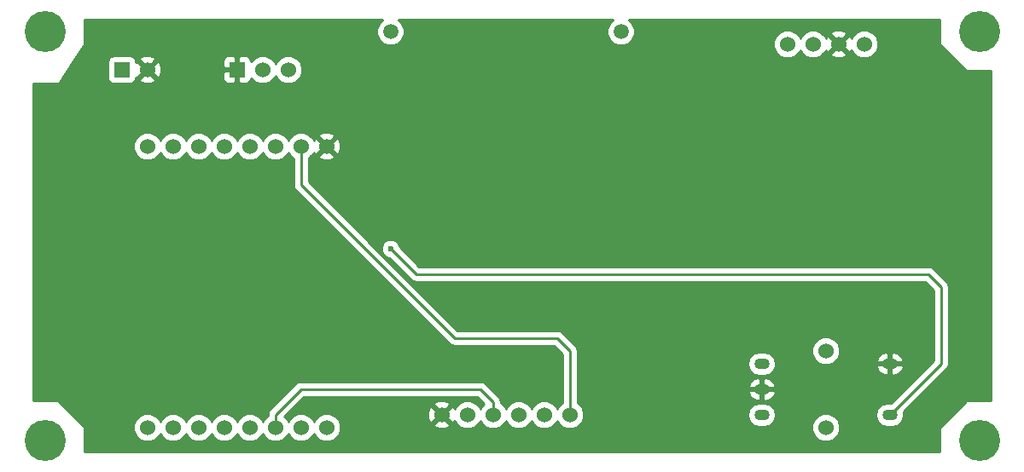
<source format=gbr>
G04 #@! TF.FileFunction,Copper,L2,Bot,Signal*
%FSLAX46Y46*%
G04 Gerber Fmt 4.6, Leading zero omitted, Abs format (unit mm)*
G04 Created by KiCad (PCBNEW 4.0.6) date Wednesday, 03 May 2017 'PMt' 19:41:19*
%MOMM*%
%LPD*%
G01*
G04 APERTURE LIST*
%ADD10C,0.100000*%
%ADD11C,1.500000*%
%ADD12C,1.524000*%
%ADD13O,1.524000X1.100000*%
%ADD14R,1.524000X1.524000*%
%ADD15C,4.064000*%
%ADD16C,0.600000*%
%ADD17C,0.250000*%
%ADD18C,0.254000*%
G04 APERTURE END LIST*
D10*
D11*
X115570000Y-39370000D03*
D12*
X120650000Y-77470000D03*
X123190000Y-77470000D03*
X125730000Y-77470000D03*
X128270000Y-77470000D03*
X130810000Y-77470000D03*
X133350000Y-77470000D03*
D11*
X138430000Y-39370000D03*
D12*
X91440000Y-78740000D03*
X93980000Y-78740000D03*
X96520000Y-78740000D03*
X99060000Y-78740000D03*
X101600000Y-78740000D03*
X104140000Y-78740000D03*
X106680000Y-78740000D03*
X109220000Y-78740000D03*
X109220000Y-50800000D03*
X106680000Y-50800000D03*
X104140000Y-50800000D03*
X101600000Y-50800000D03*
X99060000Y-50800000D03*
X96520000Y-50800000D03*
X93980000Y-50800000D03*
X91440000Y-50800000D03*
X162560000Y-40640000D03*
X160020000Y-40640000D03*
X157480000Y-40640000D03*
X154940000Y-40640000D03*
D13*
X152400000Y-72390000D03*
X152400000Y-74930000D03*
X152400000Y-77470000D03*
X165100000Y-72390000D03*
X165100000Y-77470000D03*
D12*
X158750000Y-71120000D03*
X158750000Y-78740000D03*
D14*
X100330000Y-43180000D03*
D12*
X102870000Y-43180000D03*
X105410000Y-43180000D03*
D14*
X88900000Y-43180000D03*
D12*
X91440000Y-43180000D03*
D15*
X173990000Y-39370000D03*
X173990000Y-80010000D03*
X81280000Y-39370000D03*
X81280000Y-80010000D03*
D16*
X115570000Y-60960000D03*
D17*
X170180000Y-72390000D02*
X165100000Y-77470000D01*
X170180000Y-64770000D02*
X170180000Y-72390000D01*
X168910000Y-63500000D02*
X170180000Y-64770000D01*
X118110000Y-63500000D02*
X168910000Y-63500000D01*
X115570000Y-60960000D02*
X118110000Y-63500000D01*
X105410000Y-76200000D02*
X106680000Y-74930000D01*
X104140000Y-77470000D02*
X105410000Y-76200000D01*
X104140000Y-78740000D02*
X104140000Y-77470000D01*
X125730000Y-76200000D02*
X125730000Y-77470000D01*
X124460000Y-74930000D02*
X125730000Y-76200000D01*
X106680000Y-74930000D02*
X124460000Y-74930000D01*
X106680000Y-50800000D02*
X106680000Y-54610000D01*
X133350000Y-71120000D02*
X133350000Y-77470000D01*
X132080000Y-69850000D02*
X133350000Y-71120000D01*
X121920000Y-69850000D02*
X132080000Y-69850000D01*
X106680000Y-54610000D02*
X121920000Y-69850000D01*
D18*
G36*
X114396539Y-38584436D02*
X114185241Y-39093298D01*
X114184760Y-39644285D01*
X114395169Y-40153515D01*
X114784436Y-40543461D01*
X115293298Y-40754759D01*
X115844285Y-40755240D01*
X116353515Y-40544831D01*
X116743461Y-40155564D01*
X116954759Y-39646702D01*
X116955240Y-39095715D01*
X116744831Y-38586485D01*
X116385972Y-38227000D01*
X137614598Y-38227000D01*
X137256539Y-38584436D01*
X137045241Y-39093298D01*
X137044760Y-39644285D01*
X137255169Y-40153515D01*
X137644436Y-40543461D01*
X138153298Y-40754759D01*
X138704285Y-40755240D01*
X139213515Y-40544831D01*
X139603461Y-40155564D01*
X139814759Y-39646702D01*
X139815240Y-39095715D01*
X139604831Y-38586485D01*
X139245972Y-38227000D01*
X170053000Y-38227000D01*
X170053000Y-40640000D01*
X170063006Y-40689410D01*
X170090197Y-40729803D01*
X172630197Y-43269803D01*
X172672211Y-43297666D01*
X172720000Y-43307000D01*
X175133000Y-43307000D01*
X175133000Y-76073000D01*
X172720000Y-76073000D01*
X172670590Y-76083006D01*
X172630197Y-76110197D01*
X170090197Y-78650197D01*
X170062334Y-78692211D01*
X170053000Y-78740000D01*
X170053000Y-81153000D01*
X85217000Y-81153000D01*
X85217000Y-78740000D01*
X85206994Y-78690590D01*
X85179803Y-78650197D01*
X82639803Y-76110197D01*
X82597789Y-76082334D01*
X82550000Y-76073000D01*
X80137000Y-76073000D01*
X80137000Y-51076661D01*
X90042758Y-51076661D01*
X90254990Y-51590303D01*
X90647630Y-51983629D01*
X91160900Y-52196757D01*
X91716661Y-52197242D01*
X92230303Y-51985010D01*
X92623629Y-51592370D01*
X92709949Y-51384488D01*
X92794990Y-51590303D01*
X93187630Y-51983629D01*
X93700900Y-52196757D01*
X94256661Y-52197242D01*
X94770303Y-51985010D01*
X95163629Y-51592370D01*
X95249949Y-51384488D01*
X95334990Y-51590303D01*
X95727630Y-51983629D01*
X96240900Y-52196757D01*
X96796661Y-52197242D01*
X97310303Y-51985010D01*
X97703629Y-51592370D01*
X97789949Y-51384488D01*
X97874990Y-51590303D01*
X98267630Y-51983629D01*
X98780900Y-52196757D01*
X99336661Y-52197242D01*
X99850303Y-51985010D01*
X100243629Y-51592370D01*
X100329949Y-51384488D01*
X100414990Y-51590303D01*
X100807630Y-51983629D01*
X101320900Y-52196757D01*
X101876661Y-52197242D01*
X102390303Y-51985010D01*
X102783629Y-51592370D01*
X102869949Y-51384488D01*
X102954990Y-51590303D01*
X103347630Y-51983629D01*
X103860900Y-52196757D01*
X104416661Y-52197242D01*
X104930303Y-51985010D01*
X105323629Y-51592370D01*
X105409949Y-51384488D01*
X105494990Y-51590303D01*
X105887630Y-51983629D01*
X105920000Y-51997070D01*
X105920000Y-54610000D01*
X105977852Y-54900839D01*
X106142599Y-55147401D01*
X121382599Y-70387401D01*
X121629161Y-70552148D01*
X121920000Y-70610000D01*
X131765198Y-70610000D01*
X132590000Y-71434802D01*
X132590000Y-76272469D01*
X132559697Y-76284990D01*
X132166371Y-76677630D01*
X132080051Y-76885512D01*
X131995010Y-76679697D01*
X131602370Y-76286371D01*
X131089100Y-76073243D01*
X130533339Y-76072758D01*
X130019697Y-76284990D01*
X129626371Y-76677630D01*
X129540051Y-76885512D01*
X129455010Y-76679697D01*
X129062370Y-76286371D01*
X128549100Y-76073243D01*
X127993339Y-76072758D01*
X127479697Y-76284990D01*
X127086371Y-76677630D01*
X127000051Y-76885512D01*
X126915010Y-76679697D01*
X126522370Y-76286371D01*
X126490000Y-76272930D01*
X126490000Y-76200000D01*
X126447962Y-75988661D01*
X126432148Y-75909160D01*
X126267401Y-75662599D01*
X124997401Y-74392599D01*
X124750839Y-74227852D01*
X124460000Y-74170000D01*
X106680000Y-74170000D01*
X106389160Y-74227852D01*
X106142599Y-74392599D01*
X103602599Y-76932599D01*
X103437852Y-77179161D01*
X103380000Y-77470000D01*
X103380000Y-77542469D01*
X103349697Y-77554990D01*
X102956371Y-77947630D01*
X102870051Y-78155512D01*
X102785010Y-77949697D01*
X102392370Y-77556371D01*
X101879100Y-77343243D01*
X101323339Y-77342758D01*
X100809697Y-77554990D01*
X100416371Y-77947630D01*
X100330051Y-78155512D01*
X100245010Y-77949697D01*
X99852370Y-77556371D01*
X99339100Y-77343243D01*
X98783339Y-77342758D01*
X98269697Y-77554990D01*
X97876371Y-77947630D01*
X97790051Y-78155512D01*
X97705010Y-77949697D01*
X97312370Y-77556371D01*
X96799100Y-77343243D01*
X96243339Y-77342758D01*
X95729697Y-77554990D01*
X95336371Y-77947630D01*
X95250051Y-78155512D01*
X95165010Y-77949697D01*
X94772370Y-77556371D01*
X94259100Y-77343243D01*
X93703339Y-77342758D01*
X93189697Y-77554990D01*
X92796371Y-77947630D01*
X92710051Y-78155512D01*
X92625010Y-77949697D01*
X92232370Y-77556371D01*
X91719100Y-77343243D01*
X91163339Y-77342758D01*
X90649697Y-77554990D01*
X90256371Y-77947630D01*
X90043243Y-78460900D01*
X90042758Y-79016661D01*
X90254990Y-79530303D01*
X90647630Y-79923629D01*
X91160900Y-80136757D01*
X91716661Y-80137242D01*
X92230303Y-79925010D01*
X92623629Y-79532370D01*
X92709949Y-79324488D01*
X92794990Y-79530303D01*
X93187630Y-79923629D01*
X93700900Y-80136757D01*
X94256661Y-80137242D01*
X94770303Y-79925010D01*
X95163629Y-79532370D01*
X95249949Y-79324488D01*
X95334990Y-79530303D01*
X95727630Y-79923629D01*
X96240900Y-80136757D01*
X96796661Y-80137242D01*
X97310303Y-79925010D01*
X97703629Y-79532370D01*
X97789949Y-79324488D01*
X97874990Y-79530303D01*
X98267630Y-79923629D01*
X98780900Y-80136757D01*
X99336661Y-80137242D01*
X99850303Y-79925010D01*
X100243629Y-79532370D01*
X100329949Y-79324488D01*
X100414990Y-79530303D01*
X100807630Y-79923629D01*
X101320900Y-80136757D01*
X101876661Y-80137242D01*
X102390303Y-79925010D01*
X102783629Y-79532370D01*
X102869949Y-79324488D01*
X102954990Y-79530303D01*
X103347630Y-79923629D01*
X103860900Y-80136757D01*
X104416661Y-80137242D01*
X104930303Y-79925010D01*
X105323629Y-79532370D01*
X105409949Y-79324488D01*
X105494990Y-79530303D01*
X105887630Y-79923629D01*
X106400900Y-80136757D01*
X106956661Y-80137242D01*
X107470303Y-79925010D01*
X107863629Y-79532370D01*
X107949949Y-79324488D01*
X108034990Y-79530303D01*
X108427630Y-79923629D01*
X108940900Y-80136757D01*
X109496661Y-80137242D01*
X110010303Y-79925010D01*
X110403629Y-79532370D01*
X110616757Y-79019100D01*
X110616759Y-79016661D01*
X157352758Y-79016661D01*
X157564990Y-79530303D01*
X157957630Y-79923629D01*
X158470900Y-80136757D01*
X159026661Y-80137242D01*
X159540303Y-79925010D01*
X159933629Y-79532370D01*
X160146757Y-79019100D01*
X160147242Y-78463339D01*
X159935010Y-77949697D01*
X159542370Y-77556371D01*
X159029100Y-77343243D01*
X158473339Y-77342758D01*
X157959697Y-77554990D01*
X157566371Y-77947630D01*
X157353243Y-78460900D01*
X157352758Y-79016661D01*
X110616759Y-79016661D01*
X110617242Y-78463339D01*
X110611819Y-78450213D01*
X119849392Y-78450213D01*
X119918857Y-78692397D01*
X120442302Y-78879144D01*
X120997368Y-78851362D01*
X121381143Y-78692397D01*
X121450608Y-78450213D01*
X120650000Y-77649605D01*
X119849392Y-78450213D01*
X110611819Y-78450213D01*
X110405010Y-77949697D01*
X110012370Y-77556371D01*
X109499100Y-77343243D01*
X108943339Y-77342758D01*
X108429697Y-77554990D01*
X108036371Y-77947630D01*
X107950051Y-78155512D01*
X107865010Y-77949697D01*
X107472370Y-77556371D01*
X106959100Y-77343243D01*
X106403339Y-77342758D01*
X105889697Y-77554990D01*
X105496371Y-77947630D01*
X105410051Y-78155512D01*
X105325010Y-77949697D01*
X105030315Y-77654487D01*
X105422500Y-77262302D01*
X119240856Y-77262302D01*
X119268638Y-77817368D01*
X119427603Y-78201143D01*
X119669787Y-78270608D01*
X120470395Y-77470000D01*
X119669787Y-76669392D01*
X119427603Y-76738857D01*
X119240856Y-77262302D01*
X105422500Y-77262302D01*
X106195015Y-76489787D01*
X119849392Y-76489787D01*
X120650000Y-77290395D01*
X121450608Y-76489787D01*
X121381143Y-76247603D01*
X120857698Y-76060856D01*
X120302632Y-76088638D01*
X119918857Y-76247603D01*
X119849392Y-76489787D01*
X106195015Y-76489787D01*
X106994802Y-75690000D01*
X124145198Y-75690000D01*
X124839855Y-76384657D01*
X124546371Y-76677630D01*
X124460051Y-76885512D01*
X124375010Y-76679697D01*
X123982370Y-76286371D01*
X123469100Y-76073243D01*
X122913339Y-76072758D01*
X122399697Y-76284990D01*
X122006371Y-76677630D01*
X121926605Y-76869727D01*
X121872397Y-76738857D01*
X121630213Y-76669392D01*
X120829605Y-77470000D01*
X121630213Y-78270608D01*
X121872397Y-78201143D01*
X121922509Y-78060682D01*
X122004990Y-78260303D01*
X122397630Y-78653629D01*
X122910900Y-78866757D01*
X123466661Y-78867242D01*
X123980303Y-78655010D01*
X124373629Y-78262370D01*
X124459949Y-78054488D01*
X124544990Y-78260303D01*
X124937630Y-78653629D01*
X125450900Y-78866757D01*
X126006661Y-78867242D01*
X126520303Y-78655010D01*
X126913629Y-78262370D01*
X126999949Y-78054488D01*
X127084990Y-78260303D01*
X127477630Y-78653629D01*
X127990900Y-78866757D01*
X128546661Y-78867242D01*
X129060303Y-78655010D01*
X129453629Y-78262370D01*
X129539949Y-78054488D01*
X129624990Y-78260303D01*
X130017630Y-78653629D01*
X130530900Y-78866757D01*
X131086661Y-78867242D01*
X131600303Y-78655010D01*
X131993629Y-78262370D01*
X132079949Y-78054488D01*
X132164990Y-78260303D01*
X132557630Y-78653629D01*
X133070900Y-78866757D01*
X133626661Y-78867242D01*
X134140303Y-78655010D01*
X134533629Y-78262370D01*
X134746757Y-77749100D01*
X134747000Y-77470000D01*
X150975631Y-77470000D01*
X151065834Y-77923480D01*
X151322709Y-78307922D01*
X151707151Y-78564797D01*
X152160631Y-78655000D01*
X152639369Y-78655000D01*
X153092849Y-78564797D01*
X153477291Y-78307922D01*
X153734166Y-77923480D01*
X153824369Y-77470000D01*
X153734166Y-77016520D01*
X153477291Y-76632078D01*
X153092849Y-76375203D01*
X152639369Y-76285000D01*
X152160631Y-76285000D01*
X151707151Y-76375203D01*
X151322709Y-76632078D01*
X151065834Y-77016520D01*
X150975631Y-77470000D01*
X134747000Y-77470000D01*
X134747242Y-77193339D01*
X134535010Y-76679697D01*
X134142370Y-76286371D01*
X134110000Y-76272930D01*
X134110000Y-75239744D01*
X151044197Y-75239744D01*
X151051171Y-75290344D01*
X151275605Y-75697960D01*
X151638943Y-75988661D01*
X152085869Y-76118190D01*
X152273000Y-75960788D01*
X152273000Y-75057000D01*
X152527000Y-75057000D01*
X152527000Y-75960788D01*
X152714131Y-76118190D01*
X153161057Y-75988661D01*
X153524395Y-75697960D01*
X153748829Y-75290344D01*
X153755803Y-75239744D01*
X153630361Y-75057000D01*
X152527000Y-75057000D01*
X152273000Y-75057000D01*
X151169639Y-75057000D01*
X151044197Y-75239744D01*
X134110000Y-75239744D01*
X134110000Y-74620256D01*
X151044197Y-74620256D01*
X151169639Y-74803000D01*
X152273000Y-74803000D01*
X152273000Y-73899212D01*
X152527000Y-73899212D01*
X152527000Y-74803000D01*
X153630361Y-74803000D01*
X153755803Y-74620256D01*
X153748829Y-74569656D01*
X153524395Y-74162040D01*
X153161057Y-73871339D01*
X152714131Y-73741810D01*
X152527000Y-73899212D01*
X152273000Y-73899212D01*
X152085869Y-73741810D01*
X151638943Y-73871339D01*
X151275605Y-74162040D01*
X151051171Y-74569656D01*
X151044197Y-74620256D01*
X134110000Y-74620256D01*
X134110000Y-72390000D01*
X150975631Y-72390000D01*
X151065834Y-72843480D01*
X151322709Y-73227922D01*
X151707151Y-73484797D01*
X152160631Y-73575000D01*
X152639369Y-73575000D01*
X153092849Y-73484797D01*
X153477291Y-73227922D01*
X153734166Y-72843480D01*
X153762756Y-72699744D01*
X163744197Y-72699744D01*
X163751171Y-72750344D01*
X163975605Y-73157960D01*
X164338943Y-73448661D01*
X164785869Y-73578190D01*
X164973000Y-73420788D01*
X164973000Y-72517000D01*
X165227000Y-72517000D01*
X165227000Y-73420788D01*
X165414131Y-73578190D01*
X165861057Y-73448661D01*
X166224395Y-73157960D01*
X166448829Y-72750344D01*
X166455803Y-72699744D01*
X166330361Y-72517000D01*
X165227000Y-72517000D01*
X164973000Y-72517000D01*
X163869639Y-72517000D01*
X163744197Y-72699744D01*
X153762756Y-72699744D01*
X153824369Y-72390000D01*
X153734166Y-71936520D01*
X153477291Y-71552078D01*
X153244693Y-71396661D01*
X157352758Y-71396661D01*
X157564990Y-71910303D01*
X157957630Y-72303629D01*
X158470900Y-72516757D01*
X159026661Y-72517242D01*
X159540303Y-72305010D01*
X159765449Y-72080256D01*
X163744197Y-72080256D01*
X163869639Y-72263000D01*
X164973000Y-72263000D01*
X164973000Y-71359212D01*
X165227000Y-71359212D01*
X165227000Y-72263000D01*
X166330361Y-72263000D01*
X166455803Y-72080256D01*
X166448829Y-72029656D01*
X166224395Y-71622040D01*
X165861057Y-71331339D01*
X165414131Y-71201810D01*
X165227000Y-71359212D01*
X164973000Y-71359212D01*
X164785869Y-71201810D01*
X164338943Y-71331339D01*
X163975605Y-71622040D01*
X163751171Y-72029656D01*
X163744197Y-72080256D01*
X159765449Y-72080256D01*
X159933629Y-71912370D01*
X160146757Y-71399100D01*
X160147242Y-70843339D01*
X159935010Y-70329697D01*
X159542370Y-69936371D01*
X159029100Y-69723243D01*
X158473339Y-69722758D01*
X157959697Y-69934990D01*
X157566371Y-70327630D01*
X157353243Y-70840900D01*
X157352758Y-71396661D01*
X153244693Y-71396661D01*
X153092849Y-71295203D01*
X152639369Y-71205000D01*
X152160631Y-71205000D01*
X151707151Y-71295203D01*
X151322709Y-71552078D01*
X151065834Y-71936520D01*
X150975631Y-72390000D01*
X134110000Y-72390000D01*
X134110000Y-71120000D01*
X134052148Y-70829161D01*
X134052148Y-70829160D01*
X133887401Y-70582599D01*
X132617401Y-69312599D01*
X132370839Y-69147852D01*
X132080000Y-69090000D01*
X122234802Y-69090000D01*
X114289969Y-61145167D01*
X114634838Y-61145167D01*
X114776883Y-61488943D01*
X115039673Y-61752192D01*
X115383201Y-61894838D01*
X115430077Y-61894879D01*
X117572599Y-64037401D01*
X117819160Y-64202148D01*
X117867414Y-64211746D01*
X118110000Y-64260000D01*
X168595198Y-64260000D01*
X169420000Y-65084802D01*
X169420000Y-72075198D01*
X165210198Y-76285000D01*
X164860631Y-76285000D01*
X164407151Y-76375203D01*
X164022709Y-76632078D01*
X163765834Y-77016520D01*
X163675631Y-77470000D01*
X163765834Y-77923480D01*
X164022709Y-78307922D01*
X164407151Y-78564797D01*
X164860631Y-78655000D01*
X165339369Y-78655000D01*
X165792849Y-78564797D01*
X166177291Y-78307922D01*
X166434166Y-77923480D01*
X166524369Y-77470000D01*
X166466372Y-77178430D01*
X170717401Y-72927401D01*
X170882148Y-72680839D01*
X170940000Y-72390000D01*
X170940000Y-64770000D01*
X170882148Y-64479161D01*
X170882148Y-64479160D01*
X170717401Y-64232599D01*
X169447401Y-62962599D01*
X169200839Y-62797852D01*
X168910000Y-62740000D01*
X118424802Y-62740000D01*
X116505122Y-60820320D01*
X116505162Y-60774833D01*
X116363117Y-60431057D01*
X116100327Y-60167808D01*
X115756799Y-60025162D01*
X115384833Y-60024838D01*
X115041057Y-60166883D01*
X114777808Y-60429673D01*
X114635162Y-60773201D01*
X114634838Y-61145167D01*
X114289969Y-61145167D01*
X107440000Y-54295198D01*
X107440000Y-51997531D01*
X107470303Y-51985010D01*
X107675457Y-51780213D01*
X108419392Y-51780213D01*
X108488857Y-52022397D01*
X109012302Y-52209144D01*
X109567368Y-52181362D01*
X109951143Y-52022397D01*
X110020608Y-51780213D01*
X109220000Y-50979605D01*
X108419392Y-51780213D01*
X107675457Y-51780213D01*
X107863629Y-51592370D01*
X107943395Y-51400273D01*
X107997603Y-51531143D01*
X108239787Y-51600608D01*
X109040395Y-50800000D01*
X109399605Y-50800000D01*
X110200213Y-51600608D01*
X110442397Y-51531143D01*
X110629144Y-51007698D01*
X110601362Y-50452632D01*
X110442397Y-50068857D01*
X110200213Y-49999392D01*
X109399605Y-50800000D01*
X109040395Y-50800000D01*
X108239787Y-49999392D01*
X107997603Y-50068857D01*
X107947491Y-50209318D01*
X107865010Y-50009697D01*
X107675432Y-49819787D01*
X108419392Y-49819787D01*
X109220000Y-50620395D01*
X110020608Y-49819787D01*
X109951143Y-49577603D01*
X109427698Y-49390856D01*
X108872632Y-49418638D01*
X108488857Y-49577603D01*
X108419392Y-49819787D01*
X107675432Y-49819787D01*
X107472370Y-49616371D01*
X106959100Y-49403243D01*
X106403339Y-49402758D01*
X105889697Y-49614990D01*
X105496371Y-50007630D01*
X105410051Y-50215512D01*
X105325010Y-50009697D01*
X104932370Y-49616371D01*
X104419100Y-49403243D01*
X103863339Y-49402758D01*
X103349697Y-49614990D01*
X102956371Y-50007630D01*
X102870051Y-50215512D01*
X102785010Y-50009697D01*
X102392370Y-49616371D01*
X101879100Y-49403243D01*
X101323339Y-49402758D01*
X100809697Y-49614990D01*
X100416371Y-50007630D01*
X100330051Y-50215512D01*
X100245010Y-50009697D01*
X99852370Y-49616371D01*
X99339100Y-49403243D01*
X98783339Y-49402758D01*
X98269697Y-49614990D01*
X97876371Y-50007630D01*
X97790051Y-50215512D01*
X97705010Y-50009697D01*
X97312370Y-49616371D01*
X96799100Y-49403243D01*
X96243339Y-49402758D01*
X95729697Y-49614990D01*
X95336371Y-50007630D01*
X95250051Y-50215512D01*
X95165010Y-50009697D01*
X94772370Y-49616371D01*
X94259100Y-49403243D01*
X93703339Y-49402758D01*
X93189697Y-49614990D01*
X92796371Y-50007630D01*
X92710051Y-50215512D01*
X92625010Y-50009697D01*
X92232370Y-49616371D01*
X91719100Y-49403243D01*
X91163339Y-49402758D01*
X90649697Y-49614990D01*
X90256371Y-50007630D01*
X90043243Y-50520900D01*
X90042758Y-51076661D01*
X80137000Y-51076661D01*
X80137000Y-44577000D01*
X82550000Y-44577000D01*
X82599410Y-44566994D01*
X82655670Y-44520447D01*
X84057301Y-42418000D01*
X87490560Y-42418000D01*
X87490560Y-43942000D01*
X87534838Y-44177317D01*
X87673910Y-44393441D01*
X87886110Y-44538431D01*
X88138000Y-44589440D01*
X89662000Y-44589440D01*
X89897317Y-44545162D01*
X90113441Y-44406090D01*
X90258431Y-44193890D01*
X90265250Y-44160213D01*
X90639392Y-44160213D01*
X90708857Y-44402397D01*
X91232302Y-44589144D01*
X91787368Y-44561362D01*
X92171143Y-44402397D01*
X92240608Y-44160213D01*
X91440000Y-43359605D01*
X90639392Y-44160213D01*
X90265250Y-44160213D01*
X90309440Y-43942000D01*
X90309440Y-43937484D01*
X90459787Y-43980608D01*
X91260395Y-43180000D01*
X91619605Y-43180000D01*
X92420213Y-43980608D01*
X92662397Y-43911143D01*
X92821297Y-43465750D01*
X98933000Y-43465750D01*
X98933000Y-44068310D01*
X99029673Y-44301699D01*
X99208302Y-44480327D01*
X99441691Y-44577000D01*
X100044250Y-44577000D01*
X100203000Y-44418250D01*
X100203000Y-43307000D01*
X99091750Y-43307000D01*
X98933000Y-43465750D01*
X92821297Y-43465750D01*
X92849144Y-43387698D01*
X92821362Y-42832632D01*
X92662397Y-42448857D01*
X92420213Y-42379392D01*
X91619605Y-43180000D01*
X91260395Y-43180000D01*
X90459787Y-42379392D01*
X90309440Y-42422516D01*
X90309440Y-42418000D01*
X90268381Y-42199787D01*
X90639392Y-42199787D01*
X91440000Y-43000395D01*
X92148705Y-42291690D01*
X98933000Y-42291690D01*
X98933000Y-42894250D01*
X99091750Y-43053000D01*
X100203000Y-43053000D01*
X100203000Y-41941750D01*
X100457000Y-41941750D01*
X100457000Y-43053000D01*
X100477000Y-43053000D01*
X100477000Y-43307000D01*
X100457000Y-43307000D01*
X100457000Y-44418250D01*
X100615750Y-44577000D01*
X101218309Y-44577000D01*
X101451698Y-44480327D01*
X101630327Y-44301699D01*
X101727000Y-44068310D01*
X101727000Y-44012386D01*
X102077630Y-44363629D01*
X102590900Y-44576757D01*
X103146661Y-44577242D01*
X103660303Y-44365010D01*
X104053629Y-43972370D01*
X104139949Y-43764488D01*
X104224990Y-43970303D01*
X104617630Y-44363629D01*
X105130900Y-44576757D01*
X105686661Y-44577242D01*
X106200303Y-44365010D01*
X106593629Y-43972370D01*
X106806757Y-43459100D01*
X106807242Y-42903339D01*
X106595010Y-42389697D01*
X106202370Y-41996371D01*
X105689100Y-41783243D01*
X105133339Y-41782758D01*
X104619697Y-41994990D01*
X104226371Y-42387630D01*
X104140051Y-42595512D01*
X104055010Y-42389697D01*
X103662370Y-41996371D01*
X103149100Y-41783243D01*
X102593339Y-41782758D01*
X102079697Y-41994990D01*
X101727000Y-42347072D01*
X101727000Y-42291690D01*
X101630327Y-42058301D01*
X101451698Y-41879673D01*
X101218309Y-41783000D01*
X100615750Y-41783000D01*
X100457000Y-41941750D01*
X100203000Y-41941750D01*
X100044250Y-41783000D01*
X99441691Y-41783000D01*
X99208302Y-41879673D01*
X99029673Y-42058301D01*
X98933000Y-42291690D01*
X92148705Y-42291690D01*
X92240608Y-42199787D01*
X92171143Y-41957603D01*
X91647698Y-41770856D01*
X91092632Y-41798638D01*
X90708857Y-41957603D01*
X90639392Y-42199787D01*
X90268381Y-42199787D01*
X90265162Y-42182683D01*
X90126090Y-41966559D01*
X89913890Y-41821569D01*
X89662000Y-41770560D01*
X88138000Y-41770560D01*
X87902683Y-41814838D01*
X87686559Y-41953910D01*
X87541569Y-42166110D01*
X87490560Y-42418000D01*
X84057301Y-42418000D01*
X85058193Y-40916661D01*
X153542758Y-40916661D01*
X153754990Y-41430303D01*
X154147630Y-41823629D01*
X154660900Y-42036757D01*
X155216661Y-42037242D01*
X155730303Y-41825010D01*
X156123629Y-41432370D01*
X156209949Y-41224488D01*
X156294990Y-41430303D01*
X156687630Y-41823629D01*
X157200900Y-42036757D01*
X157756661Y-42037242D01*
X158270303Y-41825010D01*
X158475457Y-41620213D01*
X159219392Y-41620213D01*
X159288857Y-41862397D01*
X159812302Y-42049144D01*
X160367368Y-42021362D01*
X160751143Y-41862397D01*
X160820608Y-41620213D01*
X160020000Y-40819605D01*
X159219392Y-41620213D01*
X158475457Y-41620213D01*
X158663629Y-41432370D01*
X158743395Y-41240273D01*
X158797603Y-41371143D01*
X159039787Y-41440608D01*
X159840395Y-40640000D01*
X160199605Y-40640000D01*
X161000213Y-41440608D01*
X161242397Y-41371143D01*
X161292509Y-41230682D01*
X161374990Y-41430303D01*
X161767630Y-41823629D01*
X162280900Y-42036757D01*
X162836661Y-42037242D01*
X163350303Y-41825010D01*
X163743629Y-41432370D01*
X163956757Y-40919100D01*
X163957242Y-40363339D01*
X163745010Y-39849697D01*
X163352370Y-39456371D01*
X162839100Y-39243243D01*
X162283339Y-39242758D01*
X161769697Y-39454990D01*
X161376371Y-39847630D01*
X161296605Y-40039727D01*
X161242397Y-39908857D01*
X161000213Y-39839392D01*
X160199605Y-40640000D01*
X159840395Y-40640000D01*
X159039787Y-39839392D01*
X158797603Y-39908857D01*
X158747491Y-40049318D01*
X158665010Y-39849697D01*
X158475432Y-39659787D01*
X159219392Y-39659787D01*
X160020000Y-40460395D01*
X160820608Y-39659787D01*
X160751143Y-39417603D01*
X160227698Y-39230856D01*
X159672632Y-39258638D01*
X159288857Y-39417603D01*
X159219392Y-39659787D01*
X158475432Y-39659787D01*
X158272370Y-39456371D01*
X157759100Y-39243243D01*
X157203339Y-39242758D01*
X156689697Y-39454990D01*
X156296371Y-39847630D01*
X156210051Y-40055512D01*
X156125010Y-39849697D01*
X155732370Y-39456371D01*
X155219100Y-39243243D01*
X154663339Y-39242758D01*
X154149697Y-39454990D01*
X153756371Y-39847630D01*
X153543243Y-40360900D01*
X153542758Y-40916661D01*
X85058193Y-40916661D01*
X85195670Y-40710447D01*
X85217000Y-40640000D01*
X85217000Y-38227000D01*
X114754598Y-38227000D01*
X114396539Y-38584436D01*
X114396539Y-38584436D01*
G37*
X114396539Y-38584436D02*
X114185241Y-39093298D01*
X114184760Y-39644285D01*
X114395169Y-40153515D01*
X114784436Y-40543461D01*
X115293298Y-40754759D01*
X115844285Y-40755240D01*
X116353515Y-40544831D01*
X116743461Y-40155564D01*
X116954759Y-39646702D01*
X116955240Y-39095715D01*
X116744831Y-38586485D01*
X116385972Y-38227000D01*
X137614598Y-38227000D01*
X137256539Y-38584436D01*
X137045241Y-39093298D01*
X137044760Y-39644285D01*
X137255169Y-40153515D01*
X137644436Y-40543461D01*
X138153298Y-40754759D01*
X138704285Y-40755240D01*
X139213515Y-40544831D01*
X139603461Y-40155564D01*
X139814759Y-39646702D01*
X139815240Y-39095715D01*
X139604831Y-38586485D01*
X139245972Y-38227000D01*
X170053000Y-38227000D01*
X170053000Y-40640000D01*
X170063006Y-40689410D01*
X170090197Y-40729803D01*
X172630197Y-43269803D01*
X172672211Y-43297666D01*
X172720000Y-43307000D01*
X175133000Y-43307000D01*
X175133000Y-76073000D01*
X172720000Y-76073000D01*
X172670590Y-76083006D01*
X172630197Y-76110197D01*
X170090197Y-78650197D01*
X170062334Y-78692211D01*
X170053000Y-78740000D01*
X170053000Y-81153000D01*
X85217000Y-81153000D01*
X85217000Y-78740000D01*
X85206994Y-78690590D01*
X85179803Y-78650197D01*
X82639803Y-76110197D01*
X82597789Y-76082334D01*
X82550000Y-76073000D01*
X80137000Y-76073000D01*
X80137000Y-51076661D01*
X90042758Y-51076661D01*
X90254990Y-51590303D01*
X90647630Y-51983629D01*
X91160900Y-52196757D01*
X91716661Y-52197242D01*
X92230303Y-51985010D01*
X92623629Y-51592370D01*
X92709949Y-51384488D01*
X92794990Y-51590303D01*
X93187630Y-51983629D01*
X93700900Y-52196757D01*
X94256661Y-52197242D01*
X94770303Y-51985010D01*
X95163629Y-51592370D01*
X95249949Y-51384488D01*
X95334990Y-51590303D01*
X95727630Y-51983629D01*
X96240900Y-52196757D01*
X96796661Y-52197242D01*
X97310303Y-51985010D01*
X97703629Y-51592370D01*
X97789949Y-51384488D01*
X97874990Y-51590303D01*
X98267630Y-51983629D01*
X98780900Y-52196757D01*
X99336661Y-52197242D01*
X99850303Y-51985010D01*
X100243629Y-51592370D01*
X100329949Y-51384488D01*
X100414990Y-51590303D01*
X100807630Y-51983629D01*
X101320900Y-52196757D01*
X101876661Y-52197242D01*
X102390303Y-51985010D01*
X102783629Y-51592370D01*
X102869949Y-51384488D01*
X102954990Y-51590303D01*
X103347630Y-51983629D01*
X103860900Y-52196757D01*
X104416661Y-52197242D01*
X104930303Y-51985010D01*
X105323629Y-51592370D01*
X105409949Y-51384488D01*
X105494990Y-51590303D01*
X105887630Y-51983629D01*
X105920000Y-51997070D01*
X105920000Y-54610000D01*
X105977852Y-54900839D01*
X106142599Y-55147401D01*
X121382599Y-70387401D01*
X121629161Y-70552148D01*
X121920000Y-70610000D01*
X131765198Y-70610000D01*
X132590000Y-71434802D01*
X132590000Y-76272469D01*
X132559697Y-76284990D01*
X132166371Y-76677630D01*
X132080051Y-76885512D01*
X131995010Y-76679697D01*
X131602370Y-76286371D01*
X131089100Y-76073243D01*
X130533339Y-76072758D01*
X130019697Y-76284990D01*
X129626371Y-76677630D01*
X129540051Y-76885512D01*
X129455010Y-76679697D01*
X129062370Y-76286371D01*
X128549100Y-76073243D01*
X127993339Y-76072758D01*
X127479697Y-76284990D01*
X127086371Y-76677630D01*
X127000051Y-76885512D01*
X126915010Y-76679697D01*
X126522370Y-76286371D01*
X126490000Y-76272930D01*
X126490000Y-76200000D01*
X126447962Y-75988661D01*
X126432148Y-75909160D01*
X126267401Y-75662599D01*
X124997401Y-74392599D01*
X124750839Y-74227852D01*
X124460000Y-74170000D01*
X106680000Y-74170000D01*
X106389160Y-74227852D01*
X106142599Y-74392599D01*
X103602599Y-76932599D01*
X103437852Y-77179161D01*
X103380000Y-77470000D01*
X103380000Y-77542469D01*
X103349697Y-77554990D01*
X102956371Y-77947630D01*
X102870051Y-78155512D01*
X102785010Y-77949697D01*
X102392370Y-77556371D01*
X101879100Y-77343243D01*
X101323339Y-77342758D01*
X100809697Y-77554990D01*
X100416371Y-77947630D01*
X100330051Y-78155512D01*
X100245010Y-77949697D01*
X99852370Y-77556371D01*
X99339100Y-77343243D01*
X98783339Y-77342758D01*
X98269697Y-77554990D01*
X97876371Y-77947630D01*
X97790051Y-78155512D01*
X97705010Y-77949697D01*
X97312370Y-77556371D01*
X96799100Y-77343243D01*
X96243339Y-77342758D01*
X95729697Y-77554990D01*
X95336371Y-77947630D01*
X95250051Y-78155512D01*
X95165010Y-77949697D01*
X94772370Y-77556371D01*
X94259100Y-77343243D01*
X93703339Y-77342758D01*
X93189697Y-77554990D01*
X92796371Y-77947630D01*
X92710051Y-78155512D01*
X92625010Y-77949697D01*
X92232370Y-77556371D01*
X91719100Y-77343243D01*
X91163339Y-77342758D01*
X90649697Y-77554990D01*
X90256371Y-77947630D01*
X90043243Y-78460900D01*
X90042758Y-79016661D01*
X90254990Y-79530303D01*
X90647630Y-79923629D01*
X91160900Y-80136757D01*
X91716661Y-80137242D01*
X92230303Y-79925010D01*
X92623629Y-79532370D01*
X92709949Y-79324488D01*
X92794990Y-79530303D01*
X93187630Y-79923629D01*
X93700900Y-80136757D01*
X94256661Y-80137242D01*
X94770303Y-79925010D01*
X95163629Y-79532370D01*
X95249949Y-79324488D01*
X95334990Y-79530303D01*
X95727630Y-79923629D01*
X96240900Y-80136757D01*
X96796661Y-80137242D01*
X97310303Y-79925010D01*
X97703629Y-79532370D01*
X97789949Y-79324488D01*
X97874990Y-79530303D01*
X98267630Y-79923629D01*
X98780900Y-80136757D01*
X99336661Y-80137242D01*
X99850303Y-79925010D01*
X100243629Y-79532370D01*
X100329949Y-79324488D01*
X100414990Y-79530303D01*
X100807630Y-79923629D01*
X101320900Y-80136757D01*
X101876661Y-80137242D01*
X102390303Y-79925010D01*
X102783629Y-79532370D01*
X102869949Y-79324488D01*
X102954990Y-79530303D01*
X103347630Y-79923629D01*
X103860900Y-80136757D01*
X104416661Y-80137242D01*
X104930303Y-79925010D01*
X105323629Y-79532370D01*
X105409949Y-79324488D01*
X105494990Y-79530303D01*
X105887630Y-79923629D01*
X106400900Y-80136757D01*
X106956661Y-80137242D01*
X107470303Y-79925010D01*
X107863629Y-79532370D01*
X107949949Y-79324488D01*
X108034990Y-79530303D01*
X108427630Y-79923629D01*
X108940900Y-80136757D01*
X109496661Y-80137242D01*
X110010303Y-79925010D01*
X110403629Y-79532370D01*
X110616757Y-79019100D01*
X110616759Y-79016661D01*
X157352758Y-79016661D01*
X157564990Y-79530303D01*
X157957630Y-79923629D01*
X158470900Y-80136757D01*
X159026661Y-80137242D01*
X159540303Y-79925010D01*
X159933629Y-79532370D01*
X160146757Y-79019100D01*
X160147242Y-78463339D01*
X159935010Y-77949697D01*
X159542370Y-77556371D01*
X159029100Y-77343243D01*
X158473339Y-77342758D01*
X157959697Y-77554990D01*
X157566371Y-77947630D01*
X157353243Y-78460900D01*
X157352758Y-79016661D01*
X110616759Y-79016661D01*
X110617242Y-78463339D01*
X110611819Y-78450213D01*
X119849392Y-78450213D01*
X119918857Y-78692397D01*
X120442302Y-78879144D01*
X120997368Y-78851362D01*
X121381143Y-78692397D01*
X121450608Y-78450213D01*
X120650000Y-77649605D01*
X119849392Y-78450213D01*
X110611819Y-78450213D01*
X110405010Y-77949697D01*
X110012370Y-77556371D01*
X109499100Y-77343243D01*
X108943339Y-77342758D01*
X108429697Y-77554990D01*
X108036371Y-77947630D01*
X107950051Y-78155512D01*
X107865010Y-77949697D01*
X107472370Y-77556371D01*
X106959100Y-77343243D01*
X106403339Y-77342758D01*
X105889697Y-77554990D01*
X105496371Y-77947630D01*
X105410051Y-78155512D01*
X105325010Y-77949697D01*
X105030315Y-77654487D01*
X105422500Y-77262302D01*
X119240856Y-77262302D01*
X119268638Y-77817368D01*
X119427603Y-78201143D01*
X119669787Y-78270608D01*
X120470395Y-77470000D01*
X119669787Y-76669392D01*
X119427603Y-76738857D01*
X119240856Y-77262302D01*
X105422500Y-77262302D01*
X106195015Y-76489787D01*
X119849392Y-76489787D01*
X120650000Y-77290395D01*
X121450608Y-76489787D01*
X121381143Y-76247603D01*
X120857698Y-76060856D01*
X120302632Y-76088638D01*
X119918857Y-76247603D01*
X119849392Y-76489787D01*
X106195015Y-76489787D01*
X106994802Y-75690000D01*
X124145198Y-75690000D01*
X124839855Y-76384657D01*
X124546371Y-76677630D01*
X124460051Y-76885512D01*
X124375010Y-76679697D01*
X123982370Y-76286371D01*
X123469100Y-76073243D01*
X122913339Y-76072758D01*
X122399697Y-76284990D01*
X122006371Y-76677630D01*
X121926605Y-76869727D01*
X121872397Y-76738857D01*
X121630213Y-76669392D01*
X120829605Y-77470000D01*
X121630213Y-78270608D01*
X121872397Y-78201143D01*
X121922509Y-78060682D01*
X122004990Y-78260303D01*
X122397630Y-78653629D01*
X122910900Y-78866757D01*
X123466661Y-78867242D01*
X123980303Y-78655010D01*
X124373629Y-78262370D01*
X124459949Y-78054488D01*
X124544990Y-78260303D01*
X124937630Y-78653629D01*
X125450900Y-78866757D01*
X126006661Y-78867242D01*
X126520303Y-78655010D01*
X126913629Y-78262370D01*
X126999949Y-78054488D01*
X127084990Y-78260303D01*
X127477630Y-78653629D01*
X127990900Y-78866757D01*
X128546661Y-78867242D01*
X129060303Y-78655010D01*
X129453629Y-78262370D01*
X129539949Y-78054488D01*
X129624990Y-78260303D01*
X130017630Y-78653629D01*
X130530900Y-78866757D01*
X131086661Y-78867242D01*
X131600303Y-78655010D01*
X131993629Y-78262370D01*
X132079949Y-78054488D01*
X132164990Y-78260303D01*
X132557630Y-78653629D01*
X133070900Y-78866757D01*
X133626661Y-78867242D01*
X134140303Y-78655010D01*
X134533629Y-78262370D01*
X134746757Y-77749100D01*
X134747000Y-77470000D01*
X150975631Y-77470000D01*
X151065834Y-77923480D01*
X151322709Y-78307922D01*
X151707151Y-78564797D01*
X152160631Y-78655000D01*
X152639369Y-78655000D01*
X153092849Y-78564797D01*
X153477291Y-78307922D01*
X153734166Y-77923480D01*
X153824369Y-77470000D01*
X153734166Y-77016520D01*
X153477291Y-76632078D01*
X153092849Y-76375203D01*
X152639369Y-76285000D01*
X152160631Y-76285000D01*
X151707151Y-76375203D01*
X151322709Y-76632078D01*
X151065834Y-77016520D01*
X150975631Y-77470000D01*
X134747000Y-77470000D01*
X134747242Y-77193339D01*
X134535010Y-76679697D01*
X134142370Y-76286371D01*
X134110000Y-76272930D01*
X134110000Y-75239744D01*
X151044197Y-75239744D01*
X151051171Y-75290344D01*
X151275605Y-75697960D01*
X151638943Y-75988661D01*
X152085869Y-76118190D01*
X152273000Y-75960788D01*
X152273000Y-75057000D01*
X152527000Y-75057000D01*
X152527000Y-75960788D01*
X152714131Y-76118190D01*
X153161057Y-75988661D01*
X153524395Y-75697960D01*
X153748829Y-75290344D01*
X153755803Y-75239744D01*
X153630361Y-75057000D01*
X152527000Y-75057000D01*
X152273000Y-75057000D01*
X151169639Y-75057000D01*
X151044197Y-75239744D01*
X134110000Y-75239744D01*
X134110000Y-74620256D01*
X151044197Y-74620256D01*
X151169639Y-74803000D01*
X152273000Y-74803000D01*
X152273000Y-73899212D01*
X152527000Y-73899212D01*
X152527000Y-74803000D01*
X153630361Y-74803000D01*
X153755803Y-74620256D01*
X153748829Y-74569656D01*
X153524395Y-74162040D01*
X153161057Y-73871339D01*
X152714131Y-73741810D01*
X152527000Y-73899212D01*
X152273000Y-73899212D01*
X152085869Y-73741810D01*
X151638943Y-73871339D01*
X151275605Y-74162040D01*
X151051171Y-74569656D01*
X151044197Y-74620256D01*
X134110000Y-74620256D01*
X134110000Y-72390000D01*
X150975631Y-72390000D01*
X151065834Y-72843480D01*
X151322709Y-73227922D01*
X151707151Y-73484797D01*
X152160631Y-73575000D01*
X152639369Y-73575000D01*
X153092849Y-73484797D01*
X153477291Y-73227922D01*
X153734166Y-72843480D01*
X153762756Y-72699744D01*
X163744197Y-72699744D01*
X163751171Y-72750344D01*
X163975605Y-73157960D01*
X164338943Y-73448661D01*
X164785869Y-73578190D01*
X164973000Y-73420788D01*
X164973000Y-72517000D01*
X165227000Y-72517000D01*
X165227000Y-73420788D01*
X165414131Y-73578190D01*
X165861057Y-73448661D01*
X166224395Y-73157960D01*
X166448829Y-72750344D01*
X166455803Y-72699744D01*
X166330361Y-72517000D01*
X165227000Y-72517000D01*
X164973000Y-72517000D01*
X163869639Y-72517000D01*
X163744197Y-72699744D01*
X153762756Y-72699744D01*
X153824369Y-72390000D01*
X153734166Y-71936520D01*
X153477291Y-71552078D01*
X153244693Y-71396661D01*
X157352758Y-71396661D01*
X157564990Y-71910303D01*
X157957630Y-72303629D01*
X158470900Y-72516757D01*
X159026661Y-72517242D01*
X159540303Y-72305010D01*
X159765449Y-72080256D01*
X163744197Y-72080256D01*
X163869639Y-72263000D01*
X164973000Y-72263000D01*
X164973000Y-71359212D01*
X165227000Y-71359212D01*
X165227000Y-72263000D01*
X166330361Y-72263000D01*
X166455803Y-72080256D01*
X166448829Y-72029656D01*
X166224395Y-71622040D01*
X165861057Y-71331339D01*
X165414131Y-71201810D01*
X165227000Y-71359212D01*
X164973000Y-71359212D01*
X164785869Y-71201810D01*
X164338943Y-71331339D01*
X163975605Y-71622040D01*
X163751171Y-72029656D01*
X163744197Y-72080256D01*
X159765449Y-72080256D01*
X159933629Y-71912370D01*
X160146757Y-71399100D01*
X160147242Y-70843339D01*
X159935010Y-70329697D01*
X159542370Y-69936371D01*
X159029100Y-69723243D01*
X158473339Y-69722758D01*
X157959697Y-69934990D01*
X157566371Y-70327630D01*
X157353243Y-70840900D01*
X157352758Y-71396661D01*
X153244693Y-71396661D01*
X153092849Y-71295203D01*
X152639369Y-71205000D01*
X152160631Y-71205000D01*
X151707151Y-71295203D01*
X151322709Y-71552078D01*
X151065834Y-71936520D01*
X150975631Y-72390000D01*
X134110000Y-72390000D01*
X134110000Y-71120000D01*
X134052148Y-70829161D01*
X134052148Y-70829160D01*
X133887401Y-70582599D01*
X132617401Y-69312599D01*
X132370839Y-69147852D01*
X132080000Y-69090000D01*
X122234802Y-69090000D01*
X114289969Y-61145167D01*
X114634838Y-61145167D01*
X114776883Y-61488943D01*
X115039673Y-61752192D01*
X115383201Y-61894838D01*
X115430077Y-61894879D01*
X117572599Y-64037401D01*
X117819160Y-64202148D01*
X117867414Y-64211746D01*
X118110000Y-64260000D01*
X168595198Y-64260000D01*
X169420000Y-65084802D01*
X169420000Y-72075198D01*
X165210198Y-76285000D01*
X164860631Y-76285000D01*
X164407151Y-76375203D01*
X164022709Y-76632078D01*
X163765834Y-77016520D01*
X163675631Y-77470000D01*
X163765834Y-77923480D01*
X164022709Y-78307922D01*
X164407151Y-78564797D01*
X164860631Y-78655000D01*
X165339369Y-78655000D01*
X165792849Y-78564797D01*
X166177291Y-78307922D01*
X166434166Y-77923480D01*
X166524369Y-77470000D01*
X166466372Y-77178430D01*
X170717401Y-72927401D01*
X170882148Y-72680839D01*
X170940000Y-72390000D01*
X170940000Y-64770000D01*
X170882148Y-64479161D01*
X170882148Y-64479160D01*
X170717401Y-64232599D01*
X169447401Y-62962599D01*
X169200839Y-62797852D01*
X168910000Y-62740000D01*
X118424802Y-62740000D01*
X116505122Y-60820320D01*
X116505162Y-60774833D01*
X116363117Y-60431057D01*
X116100327Y-60167808D01*
X115756799Y-60025162D01*
X115384833Y-60024838D01*
X115041057Y-60166883D01*
X114777808Y-60429673D01*
X114635162Y-60773201D01*
X114634838Y-61145167D01*
X114289969Y-61145167D01*
X107440000Y-54295198D01*
X107440000Y-51997531D01*
X107470303Y-51985010D01*
X107675457Y-51780213D01*
X108419392Y-51780213D01*
X108488857Y-52022397D01*
X109012302Y-52209144D01*
X109567368Y-52181362D01*
X109951143Y-52022397D01*
X110020608Y-51780213D01*
X109220000Y-50979605D01*
X108419392Y-51780213D01*
X107675457Y-51780213D01*
X107863629Y-51592370D01*
X107943395Y-51400273D01*
X107997603Y-51531143D01*
X108239787Y-51600608D01*
X109040395Y-50800000D01*
X109399605Y-50800000D01*
X110200213Y-51600608D01*
X110442397Y-51531143D01*
X110629144Y-51007698D01*
X110601362Y-50452632D01*
X110442397Y-50068857D01*
X110200213Y-49999392D01*
X109399605Y-50800000D01*
X109040395Y-50800000D01*
X108239787Y-49999392D01*
X107997603Y-50068857D01*
X107947491Y-50209318D01*
X107865010Y-50009697D01*
X107675432Y-49819787D01*
X108419392Y-49819787D01*
X109220000Y-50620395D01*
X110020608Y-49819787D01*
X109951143Y-49577603D01*
X109427698Y-49390856D01*
X108872632Y-49418638D01*
X108488857Y-49577603D01*
X108419392Y-49819787D01*
X107675432Y-49819787D01*
X107472370Y-49616371D01*
X106959100Y-49403243D01*
X106403339Y-49402758D01*
X105889697Y-49614990D01*
X105496371Y-50007630D01*
X105410051Y-50215512D01*
X105325010Y-50009697D01*
X104932370Y-49616371D01*
X104419100Y-49403243D01*
X103863339Y-49402758D01*
X103349697Y-49614990D01*
X102956371Y-50007630D01*
X102870051Y-50215512D01*
X102785010Y-50009697D01*
X102392370Y-49616371D01*
X101879100Y-49403243D01*
X101323339Y-49402758D01*
X100809697Y-49614990D01*
X100416371Y-50007630D01*
X100330051Y-50215512D01*
X100245010Y-50009697D01*
X99852370Y-49616371D01*
X99339100Y-49403243D01*
X98783339Y-49402758D01*
X98269697Y-49614990D01*
X97876371Y-50007630D01*
X97790051Y-50215512D01*
X97705010Y-50009697D01*
X97312370Y-49616371D01*
X96799100Y-49403243D01*
X96243339Y-49402758D01*
X95729697Y-49614990D01*
X95336371Y-50007630D01*
X95250051Y-50215512D01*
X95165010Y-50009697D01*
X94772370Y-49616371D01*
X94259100Y-49403243D01*
X93703339Y-49402758D01*
X93189697Y-49614990D01*
X92796371Y-50007630D01*
X92710051Y-50215512D01*
X92625010Y-50009697D01*
X92232370Y-49616371D01*
X91719100Y-49403243D01*
X91163339Y-49402758D01*
X90649697Y-49614990D01*
X90256371Y-50007630D01*
X90043243Y-50520900D01*
X90042758Y-51076661D01*
X80137000Y-51076661D01*
X80137000Y-44577000D01*
X82550000Y-44577000D01*
X82599410Y-44566994D01*
X82655670Y-44520447D01*
X84057301Y-42418000D01*
X87490560Y-42418000D01*
X87490560Y-43942000D01*
X87534838Y-44177317D01*
X87673910Y-44393441D01*
X87886110Y-44538431D01*
X88138000Y-44589440D01*
X89662000Y-44589440D01*
X89897317Y-44545162D01*
X90113441Y-44406090D01*
X90258431Y-44193890D01*
X90265250Y-44160213D01*
X90639392Y-44160213D01*
X90708857Y-44402397D01*
X91232302Y-44589144D01*
X91787368Y-44561362D01*
X92171143Y-44402397D01*
X92240608Y-44160213D01*
X91440000Y-43359605D01*
X90639392Y-44160213D01*
X90265250Y-44160213D01*
X90309440Y-43942000D01*
X90309440Y-43937484D01*
X90459787Y-43980608D01*
X91260395Y-43180000D01*
X91619605Y-43180000D01*
X92420213Y-43980608D01*
X92662397Y-43911143D01*
X92821297Y-43465750D01*
X98933000Y-43465750D01*
X98933000Y-44068310D01*
X99029673Y-44301699D01*
X99208302Y-44480327D01*
X99441691Y-44577000D01*
X100044250Y-44577000D01*
X100203000Y-44418250D01*
X100203000Y-43307000D01*
X99091750Y-43307000D01*
X98933000Y-43465750D01*
X92821297Y-43465750D01*
X92849144Y-43387698D01*
X92821362Y-42832632D01*
X92662397Y-42448857D01*
X92420213Y-42379392D01*
X91619605Y-43180000D01*
X91260395Y-43180000D01*
X90459787Y-42379392D01*
X90309440Y-42422516D01*
X90309440Y-42418000D01*
X90268381Y-42199787D01*
X90639392Y-42199787D01*
X91440000Y-43000395D01*
X92148705Y-42291690D01*
X98933000Y-42291690D01*
X98933000Y-42894250D01*
X99091750Y-43053000D01*
X100203000Y-43053000D01*
X100203000Y-41941750D01*
X100457000Y-41941750D01*
X100457000Y-43053000D01*
X100477000Y-43053000D01*
X100477000Y-43307000D01*
X100457000Y-43307000D01*
X100457000Y-44418250D01*
X100615750Y-44577000D01*
X101218309Y-44577000D01*
X101451698Y-44480327D01*
X101630327Y-44301699D01*
X101727000Y-44068310D01*
X101727000Y-44012386D01*
X102077630Y-44363629D01*
X102590900Y-44576757D01*
X103146661Y-44577242D01*
X103660303Y-44365010D01*
X104053629Y-43972370D01*
X104139949Y-43764488D01*
X104224990Y-43970303D01*
X104617630Y-44363629D01*
X105130900Y-44576757D01*
X105686661Y-44577242D01*
X106200303Y-44365010D01*
X106593629Y-43972370D01*
X106806757Y-43459100D01*
X106807242Y-42903339D01*
X106595010Y-42389697D01*
X106202370Y-41996371D01*
X105689100Y-41783243D01*
X105133339Y-41782758D01*
X104619697Y-41994990D01*
X104226371Y-42387630D01*
X104140051Y-42595512D01*
X104055010Y-42389697D01*
X103662370Y-41996371D01*
X103149100Y-41783243D01*
X102593339Y-41782758D01*
X102079697Y-41994990D01*
X101727000Y-42347072D01*
X101727000Y-42291690D01*
X101630327Y-42058301D01*
X101451698Y-41879673D01*
X101218309Y-41783000D01*
X100615750Y-41783000D01*
X100457000Y-41941750D01*
X100203000Y-41941750D01*
X100044250Y-41783000D01*
X99441691Y-41783000D01*
X99208302Y-41879673D01*
X99029673Y-42058301D01*
X98933000Y-42291690D01*
X92148705Y-42291690D01*
X92240608Y-42199787D01*
X92171143Y-41957603D01*
X91647698Y-41770856D01*
X91092632Y-41798638D01*
X90708857Y-41957603D01*
X90639392Y-42199787D01*
X90268381Y-42199787D01*
X90265162Y-42182683D01*
X90126090Y-41966559D01*
X89913890Y-41821569D01*
X89662000Y-41770560D01*
X88138000Y-41770560D01*
X87902683Y-41814838D01*
X87686559Y-41953910D01*
X87541569Y-42166110D01*
X87490560Y-42418000D01*
X84057301Y-42418000D01*
X85058193Y-40916661D01*
X153542758Y-40916661D01*
X153754990Y-41430303D01*
X154147630Y-41823629D01*
X154660900Y-42036757D01*
X155216661Y-42037242D01*
X155730303Y-41825010D01*
X156123629Y-41432370D01*
X156209949Y-41224488D01*
X156294990Y-41430303D01*
X156687630Y-41823629D01*
X157200900Y-42036757D01*
X157756661Y-42037242D01*
X158270303Y-41825010D01*
X158475457Y-41620213D01*
X159219392Y-41620213D01*
X159288857Y-41862397D01*
X159812302Y-42049144D01*
X160367368Y-42021362D01*
X160751143Y-41862397D01*
X160820608Y-41620213D01*
X160020000Y-40819605D01*
X159219392Y-41620213D01*
X158475457Y-41620213D01*
X158663629Y-41432370D01*
X158743395Y-41240273D01*
X158797603Y-41371143D01*
X159039787Y-41440608D01*
X159840395Y-40640000D01*
X160199605Y-40640000D01*
X161000213Y-41440608D01*
X161242397Y-41371143D01*
X161292509Y-41230682D01*
X161374990Y-41430303D01*
X161767630Y-41823629D01*
X162280900Y-42036757D01*
X162836661Y-42037242D01*
X163350303Y-41825010D01*
X163743629Y-41432370D01*
X163956757Y-40919100D01*
X163957242Y-40363339D01*
X163745010Y-39849697D01*
X163352370Y-39456371D01*
X162839100Y-39243243D01*
X162283339Y-39242758D01*
X161769697Y-39454990D01*
X161376371Y-39847630D01*
X161296605Y-40039727D01*
X161242397Y-39908857D01*
X161000213Y-39839392D01*
X160199605Y-40640000D01*
X159840395Y-40640000D01*
X159039787Y-39839392D01*
X158797603Y-39908857D01*
X158747491Y-40049318D01*
X158665010Y-39849697D01*
X158475432Y-39659787D01*
X159219392Y-39659787D01*
X160020000Y-40460395D01*
X160820608Y-39659787D01*
X160751143Y-39417603D01*
X160227698Y-39230856D01*
X159672632Y-39258638D01*
X159288857Y-39417603D01*
X159219392Y-39659787D01*
X158475432Y-39659787D01*
X158272370Y-39456371D01*
X157759100Y-39243243D01*
X157203339Y-39242758D01*
X156689697Y-39454990D01*
X156296371Y-39847630D01*
X156210051Y-40055512D01*
X156125010Y-39849697D01*
X155732370Y-39456371D01*
X155219100Y-39243243D01*
X154663339Y-39242758D01*
X154149697Y-39454990D01*
X153756371Y-39847630D01*
X153543243Y-40360900D01*
X153542758Y-40916661D01*
X85058193Y-40916661D01*
X85195670Y-40710447D01*
X85217000Y-40640000D01*
X85217000Y-38227000D01*
X114754598Y-38227000D01*
X114396539Y-38584436D01*
M02*

</source>
